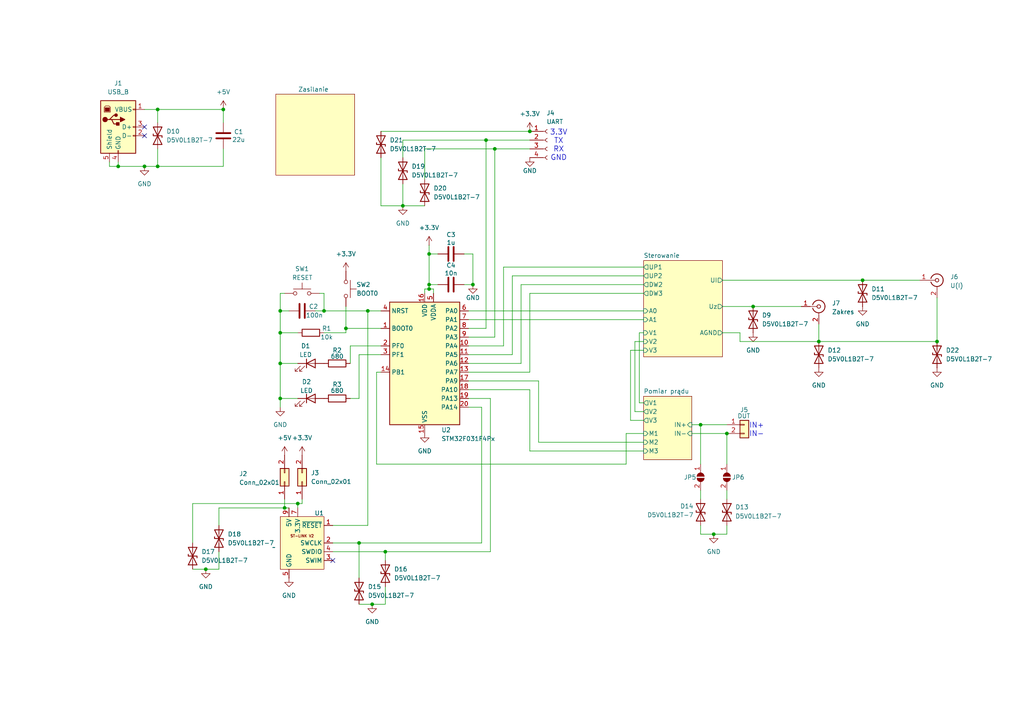
<source format=kicad_sch>
(kicad_sch (version 20231120) (generator "eeschema") (generator_version "8.0")
  (paper "A4")
  (lib_symbols
    (symbol "Connector:Conn_01x04_Socket" (pin_names (offset 1.016) hide)
      (property "Reference" "J" (at 0 5.08 0))
      (property "Value" "Conn_01x04_Socket" (at 0 -7.62 0))
      (symbol "Conn_01x04_Socket_1_1"
        (arc (start 0 -4.572) (mid -0.5058 -5.08) (end 0 -5.588) (stroke (width 0.1524)))
        (arc (start 0 -2.032) (mid -0.5058 -2.54) (end 0 -3.048) (stroke (width 0.1524)))
        (polyline (pts (xy -1.27 -5.08) (xy -0.508 -5.08)) (stroke (width 0.1524)))
        (polyline (pts (xy -1.27 -2.54) (xy -0.508 -2.54)) (stroke (width 0.1524)))
        (polyline (pts (xy -1.27 0) (xy -0.508 0)) (stroke (width 0.1524)))
        (polyline (pts (xy -1.27 2.54) (xy -0.508 2.54)) (stroke (width 0.1524)))
        (arc (start 0 0.508) (mid -0.5058 0) (end 0 -0.508) (stroke (width 0.1524)))
        (arc (start 0 3.048) (mid -0.5058 2.54) (end 0 2.032) (stroke (width 0.1524)))
        (pin passive line (at -5.08 2.54 0) (length 3.81) (name "Pin_1") (number "1"))
        (pin passive line (at -5.08 0 0) (length 3.81) (name "Pin_2") (number "2"))
        (pin passive line (at -5.08 -2.54 0) (length 3.81) (name "Pin_3") (number "3"))
        (pin passive line (at -5.08 -5.08 0) (length 3.81) (name "Pin_4") (number "4"))
      )
    )
    (symbol "Connector:Conn_Coaxial" (pin_names (offset 1.016) hide)
      (property "Reference" "J" (at 0.254 3.048 0))
      (property "Value" "Conn_Coaxial" (at 2.921 0 90))
      (symbol "Conn_Coaxial_0_1"
        (arc (start -1.778 -0.508) (mid 0.2311 -1.8066) (end 1.778 0) (stroke (width 0.254)))
        (polyline (pts (xy -2.54 0) (xy -0.508 0)))
        (polyline (pts (xy 0 -2.54) (xy 0 -1.778)))
        (circle (center 0 0) (radius 0.508) (stroke (width 0.2032)))
        (arc (start 1.778 0) (mid 0.2099 1.8101) (end -1.778 0.508) (stroke (width 0.254)))
      )
      (symbol "Conn_Coaxial_1_1"
        (pin passive line (at -5.08 0 0) (length 2.54) (name "In") (number "1"))
        (pin passive line (at 0 -5.08 90) (length 2.54) (name "Ext") (number "2"))
      )
    )
    (symbol "Connector:USB_B" (pin_names (offset 1.016))
      (property "Reference" "J" (at -5.08 11.43 0))
      (property "Value" "USB_B" (at -5.08 8.89 0))
      (symbol "USB_B_0_1"
        (rectangle (start -5.08 -7.62) (end 5.08 7.62) (stroke (width 0.254)) (fill (type background)))
        (circle (center -3.81 2.159) (radius 0.635) (stroke (width 0.254)) (fill (type outline)))
        (rectangle (start -3.81 5.588) (end -2.54 4.572) (fill (type outline)))
        (circle (center -0.635 3.429) (radius 0.381) (stroke (width 0.254)) (fill (type outline)))
        (rectangle (start -0.127 -7.62) (end 0.127 -6.858))
        (polyline (pts (xy -1.905 2.159) (xy 0.635 2.159)) (stroke (width 0.254)))
        (polyline (pts (xy -3.175 2.159) (xy -2.54 2.159) (xy -1.27 3.429) (xy -0.635 3.429)) (stroke (width 0.254)))
        (polyline (pts (xy -2.54 2.159) (xy -1.905 2.159) (xy -1.27 0.889) (xy 0 0.889)) (stroke (width 0.254)))
        (polyline (pts (xy 0.635 2.794) (xy 0.635 1.524) (xy 1.905 2.159) (xy 0.635 2.794)) (stroke (width 0.254)) (fill (type outline)))
        (polyline (pts (xy -4.064 4.318) (xy -2.286 4.318) (xy -2.286 5.715) (xy -2.667 6.096) (xy -3.683 6.096) (xy -4.064 5.715) (xy -4.064 4.318)))
        (rectangle (start 0.254 1.27) (end -0.508 0.508) (stroke (width 0.254)) (fill (type outline)))
        (rectangle (start 5.08 -2.667) (end 4.318 -2.413))
        (rectangle (start 5.08 -0.127) (end 4.318 0.127))
        (rectangle (start 5.08 4.953) (end 4.318 5.207))
      )
      (symbol "USB_B_1_1"
        (pin power_out line (at 7.62 5.08 180) (length 2.54) (name "VBUS") (number "1"))
        (pin bidirectional line (at 7.62 -2.54 180) (length 2.54) (name "D-") (number "2"))
        (pin bidirectional line (at 7.62 0 180) (length 2.54) (name "D+") (number "3"))
        (pin power_out line (at 0 -10.16 90) (length 2.54) (name "GND") (number "4"))
        (pin passive line (at -2.54 -10.16 90) (length 2.54) (name "Shield") (number "5"))
      )
    )
    (symbol "Connector_Generic:Conn_01x02" (pin_names (offset 1.016) hide)
      (property "Reference" "J" (at 0 2.54 0))
      (property "Value" "Conn_01x02" (at 0 -5.08 0))
      (symbol "Conn_01x02_1_1"
        (rectangle (start -1.27 -2.413) (end 0 -2.667) (stroke (width 0.1524)))
        (rectangle (start -1.27 0.127) (end 0 -0.127) (stroke (width 0.1524)))
        (rectangle (start -1.27 1.27) (end 1.27 -3.81) (stroke (width 0.254)) (fill (type background)))
        (pin passive line (at -5.08 0 0) (length 3.81) (name "Pin_1") (number "1"))
        (pin passive line (at -5.08 -2.54 0) (length 3.81) (name "Pin_2") (number "2"))
      )
    )
    (symbol "Connector_Generic:Conn_02x01" (pin_names (offset 1.016) hide)
      (property "Reference" "J" (at 1.27 2.54 0))
      (property "Value" "Conn_02x01" (at 1.27 -2.54 0))
      (symbol "Conn_02x01_1_1"
        (rectangle (start -1.27 0.127) (end 0 -0.127) (stroke (width 0.1524)))
        (rectangle (start -1.27 1.27) (end 3.81 -1.27) (stroke (width 0.254)) (fill (type background)))
        (rectangle (start 3.81 0.127) (end 2.54 -0.127) (stroke (width 0.1524)))
        (pin passive line (at -5.08 0 0) (length 3.81) (name "Pin_1") (number "1"))
        (pin passive line (at 7.62 0 180) (length 3.81) (name "Pin_2") (number "2"))
      )
    )
    (symbol "Device:C" (pin_numbers hide) (pin_names (offset 0.254))
      (property "Reference" "C" (at 0.635 2.54 0))
      (property "Value" "C" (at 0.635 -2.54 0))
      (symbol "C_0_1"
        (polyline (pts (xy -2.032 -0.762) (xy 2.032 -0.762)) (stroke (width 0.508)))
        (polyline (pts (xy -2.032 0.762) (xy 2.032 0.762)) (stroke (width 0.508)))
      )
      (symbol "C_1_1"
        (pin passive line (at 0 3.81 270) (length 2.794) (name "~") (number "1"))
        (pin passive line (at 0 -3.81 90) (length 2.794) (name "~") (number "2"))
      )
    )
    (symbol "Device:D_TVS" (pin_numbers hide) (pin_names (offset 1.016) hide)
      (property "Reference" "D" (at 0 2.54 0))
      (property "Value" "D_TVS" (at 0 -2.54 0))
      (symbol "D_TVS_0_1"
        (polyline (pts (xy 1.27 0) (xy -1.27 0)))
        (polyline (pts (xy 0.508 1.27) (xy 0 1.27) (xy 0 -1.27) (xy -0.508 -1.27)) (stroke (width 0.254)))
        (polyline (pts (xy -2.54 1.27) (xy -2.54 -1.27) (xy 2.54 1.27) (xy 2.54 -1.27) (xy -2.54 1.27)) (stroke (width 0.254)))
      )
      (symbol "D_TVS_1_1"
        (pin passive line (at -3.81 0 0) (length 2.54) (name "A1") (number "1"))
        (pin passive line (at 3.81 0 180) (length 2.54) (name "A2") (number "2"))
      )
    )
    (symbol "Device:LED" (pin_numbers hide) (pin_names (offset 1.016) hide)
      (property "Reference" "D" (at 0 2.54 0))
      (property "Value" "LED" (at 0 -2.54 0))
      (symbol "LED_0_1"
        (polyline (pts (xy -1.27 -1.27) (xy -1.27 1.27)) (stroke (width 0.254)))
        (polyline (pts (xy -1.27 0) (xy 1.27 0)))
        (polyline (pts (xy 1.27 -1.27) (xy 1.27 1.27) (xy -1.27 0) (xy 1.27 -1.27)) (stroke (width 0.254)))
        (polyline (pts (xy -3.048 -0.762) (xy -4.572 -2.286) (xy -3.81 -2.286) (xy -4.572 -2.286) (xy -4.572 -1.524)))
        (polyline (pts (xy -1.778 -0.762) (xy -3.302 -2.286) (xy -2.54 -2.286) (xy -3.302 -2.286) (xy -3.302 -1.524)))
      )
      (symbol "LED_1_1"
        (pin passive line (at -3.81 0 0) (length 2.54) (name "K") (number "1"))
        (pin passive line (at 3.81 0 180) (length 2.54) (name "A") (number "2"))
      )
    )
    (symbol "Device:R" (pin_numbers hide) (pin_names (offset 0))
      (property "Reference" "R" (at 2.032 0 90))
      (property "Value" "R" (at 0 0 90))
      (symbol "R_0_1"
        (rectangle (start -1.016 -2.54) (end 1.016 2.54) (stroke (width 0.254)))
      )
      (symbol "R_1_1"
        (pin passive line (at 0 3.81 270) (length 1.27) (name "~") (number "1"))
        (pin passive line (at 0 -3.81 90) (length 1.27) (name "~") (number "2"))
      )
    )
    (symbol "Jumper:SolderJumper_2_Open" (pin_names (offset 0) hide)
      (property "Reference" "JP" (at 0 2.032 0))
      (property "Value" "SolderJumper_2_Open" (at 0 -2.54 0))
      (symbol "SolderJumper_2_Open_0_1"
        (arc (start -0.254 1.016) (mid -1.2656 0) (end -0.254 -1.016))
        (arc (start -0.254 1.016) (mid -1.2656 0) (end -0.254 -1.016) (fill (type outline)))
        (polyline (pts (xy -0.254 1.016) (xy -0.254 -1.016)))
        (polyline (pts (xy 0.254 1.016) (xy 0.254 -1.016)))
        (arc (start 0.254 -1.016) (mid 1.2656 0) (end 0.254 1.016))
        (arc (start 0.254 -1.016) (mid 1.2656 0) (end 0.254 1.016) (fill (type outline)))
      )
      (symbol "SolderJumper_2_Open_1_1"
        (pin passive line (at -3.81 0 0) (length 2.54) (name "A") (number "1"))
        (pin passive line (at 3.81 0 180) (length 2.54) (name "B") (number "2"))
      )
    )
    (symbol "MCU_ST_STM32F0:STM32F031F4Px"
      (property "Reference" "U" (at -10.16 19.05 0))
      (property "Value" "STM32F031F4Px" (at 5.08 19.05 0))
      (symbol "STM32F031F4Px_0_1"
        (rectangle (start -10.16 -17.78) (end 10.16 17.78) (stroke (width 0.254)) (fill (type background)))
      )
      (symbol "STM32F031F4Px_1_1"
        (pin input line (at -12.7 10.16 0) (length 2.54) (name "BOOT0") (number "1"))
        (pin bidirectional line (at 12.7 5.08 180) (length 2.54) (name "PA4") (number "10"))
        (pin bidirectional line (at 12.7 2.54 180) (length 2.54) (name "PA5") (number "11"))
        (pin bidirectional line (at 12.7 0 180) (length 2.54) (name "PA6") (number "12"))
        (pin bidirectional line (at 12.7 -2.54 180) (length 2.54) (name "PA7") (number "13"))
        (pin bidirectional line (at -12.7 -2.54 0) (length 2.54) (name "PB1") (number "14"))
        (pin power_in line (at 0 -20.32 90) (length 2.54) (name "VSS") (number "15"))
        (pin power_in line (at 0 20.32 270) (length 2.54) (name "VDD") (number "16"))
        (pin bidirectional line (at 12.7 -5.08 180) (length 2.54) (name "PA9") (number "17"))
        (pin bidirectional line (at 12.7 -7.62 180) (length 2.54) (name "PA10") (number "18"))
        (pin bidirectional line (at 12.7 -10.16 180) (length 2.54) (name "PA13") (number "19"))
        (pin bidirectional line (at -12.7 5.08 0) (length 2.54) (name "PF0") (number "2"))
        (pin bidirectional line (at 12.7 -12.7 180) (length 2.54) (name "PA14") (number "20"))
        (pin bidirectional line (at -12.7 2.54 0) (length 2.54) (name "PF1") (number "3"))
        (pin input line (at -12.7 15.24 0) (length 2.54) (name "NRST") (number "4"))
        (pin power_in line (at 2.54 20.32 270) (length 2.54) (name "VDDA") (number "5"))
        (pin bidirectional line (at 12.7 15.24 180) (length 2.54) (name "PA0") (number "6"))
        (pin bidirectional line (at 12.7 12.7 180) (length 2.54) (name "PA1") (number "7"))
        (pin bidirectional line (at 12.7 10.16 180) (length 2.54) (name "PA2") (number "8"))
        (pin bidirectional line (at 12.7 7.62 180) (length 2.54) (name "PA3") (number "9"))
      )
    )
    (symbol "Switch:SW_Push" (pin_numbers hide) (pin_names (offset 1.016) hide)
      (property "Reference" "SW" (at 1.27 2.54 0))
      (property "Value" "SW_Push" (at 0 -1.524 0))
      (symbol "SW_Push_0_1"
        (circle (center -2.032 0) (radius 0.508))
        (polyline (pts (xy 0 1.27) (xy 0 3.048)))
        (polyline (pts (xy 2.54 1.27) (xy -2.54 1.27)))
        (circle (center 2.032 0) (radius 0.508))
        (pin passive line (at -5.08 0 0) (length 2.54) (name "1") (number "1"))
        (pin passive line (at 5.08 0 180) (length 2.54) (name "2") (number "2"))
      )
    )
    (symbol "power:+3.3V" (power) (pin_numbers hide) (pin_names (offset 0) hide)
      (property "Value" "+3.3V" (at 0 3.556 0))
      (symbol "+3.3V_0_1"
        (polyline (pts (xy -0.762 1.27) (xy 0 2.54)))
        (polyline (pts (xy 0 0) (xy 0 2.54)))
        (polyline (pts (xy 0 2.54) (xy 0.762 1.27)))
      )
      (symbol "+3.3V_1_1"
        (pin power_in line (at 0 0 90) (length 0) (name "~") (number "1"))
      )
    )
    (symbol "power:+5V" (power) (pin_numbers hide) (pin_names (offset 0) hide)
      (property "Value" "+5V" (at 0 3.556 0))
      (symbol "+5V_0_1"
        (polyline (pts (xy -0.762 1.27) (xy 0 2.54)))
        (polyline (pts (xy 0 0) (xy 0 2.54)))
        (polyline (pts (xy 0 2.54) (xy 0.762 1.27)))
      )
      (symbol "+5V_1_1"
        (pin power_in line (at 0 0 90) (length 0) (name "~") (number "1"))
      )
    )
    (symbol "power:GND" (power) (pin_numbers hide) (pin_names (offset 0) hide)
      (property "Value" "GND" (at 0 -3.81 0))
      (symbol "GND_0_1"
        (polyline (pts (xy 0 0) (xy 0 -1.27) (xy 1.27 -1.27) (xy 0 -2.54) (xy -1.27 -1.27) (xy 0 -1.27)))
      )
      (symbol "GND_1_1"
        (pin power_in line (at 0 0 270) (length 0) (name "~") (number "1"))
      )
    )
    (symbol "własna:ST-LINK_V2"
      (property "Reference" "U" (at 0 0 0))
      (symbol "ST-LINK_V2_0_0"
        (pin power_in line (at -5.08 -19.05 90) (length 2.54) (name "GND") (number "5"))
      )
      (symbol "ST-LINK_V2_0_1"
        (rectangle (start -7.62 -1.27) (end 5.08 -16.51) (fill (type background)))
      )
      (symbol "ST-LINK_V2_1_0"
        (pin open_collector line (at 7.62 -3.81 180) (length 2.54) (name "~{RESET}") (number "1"))
        (pin power_in line (at -5.08 1.27 270) (length 2.54) hide (name "5V") (number "10"))
        (pin output line (at 7.62 -8.89 180) (length 2.54) (name "SWCLK") (number "2"))
        (pin input line (at 7.62 -13.97 180) (length 2.54) (name "SWIM") (number "3"))
        (pin bidirectional line (at 7.62 -11.43 180) (length 2.54) (name "SWDIO") (number "4"))
        (pin power_in line (at -5.08 -19.05 90) (length 2.54) hide (name "GND") (number "6"))
        (pin power_in line (at -2.54 1.27 270) (length 2.54) (name "3.3V") (number "7"))
        (pin power_in line (at -2.54 1.27 270) (length 2.54) hide (name "3.3V") (number "8"))
        (pin power_in line (at -5.08 1.27 270) (length 2.54) (name "5V") (number "9"))
      )
      (symbol "ST-LINK_V2_1_1"
        (text "ST-LINK V2" (at -1.27 -6.858 0) (effects (font (size 0.762 0.762))))
      )
    )
  )
  (junction (at 203.2 123.19))
  (junction (at 59.69 165.1))
  (junction (at 237.49 99.06))
  (junction (at 250.19 81.28))
  (junction (at 153.67 38.1))
  (junction (at 45.72 48.26))
  (junction (at 45.72 31.75))
  (junction (at 124.46 83.82))
  (junction (at 207.01 154.94))
  (junction (at 93.98 90.17))
  (junction (at 124.46 82.55))
  (junction (at 210.82 125.73))
  (junction (at 104.14 157.48))
  (junction (at 81.28 96.52))
  (junction (at 81.28 115.57))
  (junction (at 81.28 105.41))
  (junction (at 111.76 160.02))
  (junction (at 116.84 59.69))
  (junction (at 218.44 88.9))
  (junction (at 86.36 146.05))
  (junction (at 124.46 73.66))
  (junction (at 100.33 95.25))
  (junction (at 82.55 147.32))
  (junction (at 64.77 31.75))
  (junction (at 271.78 99.06))
  (junction (at 137.16 82.55))
  (junction (at 34.29 48.26))
  (junction (at 106.68 90.17))
  (junction (at 140.97 40.64))
  (junction (at 143.51 43.18))
  (junction (at 41.91 48.26))
  (junction (at 81.28 90.17))
  (junction (at 107.95 175.26))
  (no_connect (at 41.91 36.83))
  (no_connect (at 96.52 162.56))
  (no_connect (at 41.91 39.37))
  (wire (pts (xy 81.28 90.17) (xy 81.28 96.52)))
  (wire (pts (xy 124.46 83.82) (xy 123.19 83.82)))
  (wire (pts (xy 135.89 90.17) (xy 186.69 90.17)))
  (wire (pts (xy 87.63 146.05) (xy 86.36 146.05)))
  (wire (pts (xy 91.44 90.17) (xy 93.98 90.17)))
  (wire (pts (xy 156.21 128.27) (xy 156.21 110.49)))
  (wire (pts (xy 140.97 40.64) (xy 140.97 95.25)))
  (wire (pts (xy 151.13 105.41) (xy 151.13 82.55)))
  (wire (pts (xy 143.51 43.18) (xy 143.51 97.79)))
  (wire (pts (xy 153.67 85.09) (xy 186.69 85.09)))
  (wire (pts (xy 186.69 101.6) (xy 182.88 101.6)))
  (wire (pts (xy 203.2 152.4) (xy 203.2 154.94)))
  (wire (pts (xy 135.89 118.11) (xy 139.7 118.11)))
  (wire (pts (xy 109.22 107.95) (xy 109.22 134.62)))
  (wire (pts (xy 139.7 118.11) (xy 139.7 157.48)))
  (wire (pts (xy 148.59 102.87) (xy 148.59 80.01)))
  (wire (pts (xy 182.88 121.92) (xy 186.69 121.92)))
  (wire (pts (xy 156.21 110.49) (xy 135.89 110.49)))
  (wire (pts (xy 107.95 175.26) (xy 111.76 175.26)))
  (wire (pts (xy 135.89 92.71) (xy 186.69 92.71)))
  (wire (pts (xy 139.7 157.48) (xy 104.14 157.48)))
  (wire (pts (xy 82.55 147.32) (xy 83.82 147.32)))
  (wire (pts (xy 101.6 105.41) (xy 101.6 100.33)))
  (wire (pts (xy 153.67 130.81) (xy 153.67 113.03)))
  (wire (pts (xy 184.15 119.38) (xy 186.69 119.38)))
  (wire (pts (xy 63.5 165.1) (xy 63.5 160.02)))
  (wire (pts (xy 81.28 115.57) (xy 86.36 115.57)))
  (wire (pts (xy 31.75 48.26) (xy 34.29 48.26)))
  (wire (pts (xy 210.82 144.78) (xy 210.82 142.24)))
  (wire (pts (xy 45.72 43.18) (xy 45.72 48.26)))
  (wire (pts (xy 110.49 45.72) (xy 110.49 59.69)))
  (wire (pts (xy 81.28 105.41) (xy 86.36 105.41)))
  (wire (pts (xy 125.73 83.82) (xy 124.46 83.82)))
  (wire (pts (xy 63.5 147.32) (xy 82.55 147.32)))
  (wire (pts (xy 81.28 85.09) (xy 82.55 85.09)))
  (wire (pts (xy 55.88 146.05) (xy 55.88 157.48)))
  (wire (pts (xy 135.89 100.33) (xy 146.05 100.33)))
  (wire (pts (xy 203.2 123.19) (xy 203.2 134.62)))
  (wire (pts (xy 92.71 85.09) (xy 93.98 85.09)))
  (wire (pts (xy 134.62 73.66) (xy 137.16 73.66)))
  (wire (pts (xy 209.55 88.9) (xy 218.44 88.9)))
  (wire (pts (xy 123.19 83.82) (xy 123.19 85.09)))
  (wire (pts (xy 146.05 100.33) (xy 146.05 77.47)))
  (wire (pts (xy 124.46 82.55) (xy 127 82.55)))
  (wire (pts (xy 207.01 154.94) (xy 210.82 154.94)))
  (wire (pts (xy 142.24 160.02) (xy 111.76 160.02)))
  (wire (pts (xy 106.68 90.17) (xy 106.68 152.4)))
  (wire (pts (xy 111.76 175.26) (xy 111.76 170.18)))
  (wire (pts (xy 100.33 88.9) (xy 100.33 95.25)))
  (wire (pts (xy 203.2 154.94) (xy 207.01 154.94)))
  (wire (pts (xy 214.63 99.06) (xy 214.63 96.52)))
  (wire (pts (xy 140.97 40.64) (xy 153.67 40.64)))
  (wire (pts (xy 218.44 88.9) (xy 232.41 88.9)))
  (wire (pts (xy 104.14 102.87) (xy 104.14 115.57)))
  (wire (pts (xy 101.6 100.33) (xy 110.49 100.33)))
  (wire (pts (xy 148.59 80.01) (xy 186.69 80.01)))
  (wire (pts (xy 143.51 43.18) (xy 153.67 43.18)))
  (wire (pts (xy 153.67 107.95) (xy 153.67 85.09)))
  (wire (pts (xy 186.69 130.81) (xy 153.67 130.81)))
  (wire (pts (xy 186.69 99.06) (xy 184.15 99.06)))
  (wire (pts (xy 81.28 96.52) (xy 81.28 105.41)))
  (wire (pts (xy 81.28 90.17) (xy 81.28 85.09)))
  (wire (pts (xy 135.89 97.79) (xy 143.51 97.79)))
  (wire (pts (xy 124.46 73.66) (xy 127 73.66)))
  (wire (pts (xy 135.89 95.25) (xy 140.97 95.25)))
  (wire (pts (xy 110.49 102.87) (xy 104.14 102.87)))
  (wire (pts (xy 81.28 115.57) (xy 81.28 105.41)))
  (wire (pts (xy 203.2 144.78) (xy 203.2 142.24)))
  (wire (pts (xy 210.82 134.62) (xy 210.82 125.73)))
  (wire (pts (xy 93.98 96.52) (xy 100.33 96.52)))
  (wire (pts (xy 203.2 123.19) (xy 210.82 123.19)))
  (wire (pts (xy 186.69 128.27) (xy 156.21 128.27)))
  (wire (pts (xy 153.67 113.03) (xy 135.89 113.03)))
  (wire (pts (xy 109.22 134.62) (xy 181.61 134.62)))
  (wire (pts (xy 181.61 125.73) (xy 186.69 125.73)))
  (wire (pts (xy 123.19 52.07) (xy 123.19 43.18)))
  (wire (pts (xy 116.84 40.64) (xy 140.97 40.64)))
  (wire (pts (xy 31.75 48.26) (xy 31.75 46.99)))
  (wire (pts (xy 124.46 73.66) (xy 124.46 82.55)))
  (wire (pts (xy 55.88 165.1) (xy 59.69 165.1)))
  (wire (pts (xy 93.98 90.17) (xy 93.98 85.09)))
  (wire (pts (xy 135.89 115.57) (xy 142.24 115.57)))
  (wire (pts (xy 200.66 123.19) (xy 203.2 123.19)))
  (wire (pts (xy 104.14 115.57) (xy 101.6 115.57)))
  (wire (pts (xy 134.62 82.55) (xy 137.16 82.55)))
  (wire (pts (xy 106.68 152.4) (xy 96.52 152.4)))
  (wire (pts (xy 200.66 125.73) (xy 210.82 125.73)))
  (wire (pts (xy 110.49 90.17) (xy 106.68 90.17)))
  (wire (pts (xy 271.78 86.36) (xy 271.78 99.06)))
  (wire (pts (xy 111.76 160.02) (xy 111.76 162.56)))
  (wire (pts (xy 125.73 85.09) (xy 125.73 83.82)))
  (wire (pts (xy 123.19 43.18) (xy 143.51 43.18)))
  (wire (pts (xy 41.91 31.75) (xy 45.72 31.75)))
  (wire (pts (xy 104.14 175.26) (xy 107.95 175.26)))
  (wire (pts (xy 250.19 81.28) (xy 266.7 81.28)))
  (wire (pts (xy 104.14 157.48) (xy 104.14 167.64)))
  (wire (pts (xy 116.84 45.72) (xy 116.84 40.64)))
  (wire (pts (xy 86.36 146.05) (xy 86.36 147.32)))
  (wire (pts (xy 185.42 116.84) (xy 186.69 116.84)))
  (wire (pts (xy 41.91 48.26) (xy 45.72 48.26)))
  (wire (pts (xy 81.28 90.17) (xy 83.82 90.17)))
  (wire (pts (xy 135.89 105.41) (xy 151.13 105.41)))
  (wire (pts (xy 110.49 107.95) (xy 109.22 107.95)))
  (wire (pts (xy 34.29 48.26) (xy 34.29 46.99)))
  (wire (pts (xy 81.28 96.52) (xy 86.36 96.52)))
  (wire (pts (xy 142.24 115.57) (xy 142.24 160.02)))
  (wire (pts (xy 63.5 152.4) (xy 63.5 147.32)))
  (wire (pts (xy 151.13 82.55) (xy 186.69 82.55)))
  (wire (pts (xy 81.28 118.11) (xy 81.28 115.57)))
  (wire (pts (xy 116.84 59.69) (xy 123.19 59.69)))
  (wire (pts (xy 186.69 96.52) (xy 185.42 96.52)))
  (wire (pts (xy 181.61 134.62) (xy 181.61 125.73)))
  (wire (pts (xy 64.77 48.26) (xy 64.77 43.18)))
  (wire (pts (xy 214.63 99.06) (xy 237.49 99.06)))
  (wire (pts (xy 271.78 99.06) (xy 237.49 99.06)))
  (wire (pts (xy 82.55 144.78) (xy 82.55 147.32)))
  (wire (pts (xy 59.69 165.1) (xy 63.5 165.1)))
  (wire (pts (xy 214.63 96.52) (xy 209.55 96.52)))
  (wire (pts (xy 87.63 146.05) (xy 87.63 144.78)))
  (wire (pts (xy 209.55 81.28) (xy 250.19 81.28)))
  (wire (pts (xy 184.15 99.06) (xy 184.15 119.38)))
  (wire (pts (xy 45.72 48.26) (xy 64.77 48.26)))
  (wire (pts (xy 100.33 96.52) (xy 100.33 95.25)))
  (wire (pts (xy 110.49 59.69) (xy 116.84 59.69)))
  (wire (pts (xy 55.88 146.05) (xy 86.36 146.05)))
  (wire (pts (xy 135.89 102.87) (xy 148.59 102.87)))
  (wire (pts (xy 110.49 38.1) (xy 153.67 38.1)))
  (wire (pts (xy 146.05 77.47) (xy 186.69 77.47)))
  (wire (pts (xy 45.72 31.75) (xy 45.72 35.56)))
  (wire (pts (xy 64.77 35.56) (xy 64.77 31.75)))
  (wire (pts (xy 124.46 82.55) (xy 124.46 83.82)))
  (wire (pts (xy 182.88 101.6) (xy 182.88 121.92)))
  (wire (pts (xy 137.16 73.66) (xy 137.16 82.55)))
  (wire (pts (xy 111.76 160.02) (xy 96.52 160.02)))
  (wire (pts (xy 237.49 93.98) (xy 237.49 99.06)))
  (wire (pts (xy 185.42 96.52) (xy 185.42 116.84)))
  (wire (pts (xy 34.29 48.26) (xy 41.91 48.26)))
  (wire (pts (xy 116.84 53.34) (xy 116.84 59.69)))
  (wire (pts (xy 210.82 154.94) (xy 210.82 152.4)))
  (wire (pts (xy 124.46 71.12) (xy 124.46 73.66)))
  (wire (pts (xy 45.72 31.75) (xy 64.77 31.75)))
  (wire (pts (xy 135.89 107.95) (xy 153.67 107.95)))
  (wire (pts (xy 93.98 90.17) (xy 106.68 90.17)))
  (wire (pts (xy 100.33 95.25) (xy 110.49 95.25)))
  (wire (pts (xy 104.14 157.48) (xy 96.52 157.48)))
  (text "IN+\nIN-" (at 219.456 124.714 0) (effects (font (size 1.524 1.524))))
  (text "3.3V\nTX\nRX\nGND" (at 162.052 42.164 0) (effects (font (size 1.524 1.524))))
  (symbol (lib_id "Device:D_TVS") (at 111.76 166.37 90) (unit 1)
    (property "Reference" "D16" (at 114.3 165.0999 90) (effects (justify right)))
    (property "Value" "D5V0L1B2T-7" (at 114.3 167.6399 90) (effects (justify right)))
    (property "Footprint" "Diode_SMD:D_SOD-523" (effects (hide yes)))
    (property "Description" "Bidirectional transient-voltage-suppression diode" (effects (hide yes)))
  )
  (symbol (lib_id "Device:D_TVS") (at 210.82 148.59 270) (unit 1)
    (property "Reference" "D13" (at 217.17 147.066 90) (effects (justify right)))
    (property "Value" "D5V0L1B2T-7" (at 226.695 149.733 90) (effects (justify right)))
    (property "Footprint" "Diode_SMD:D_SOD-523" (effects (hide yes)))
    (property "Description" "Bidirectional transient-voltage-suppression diode" (effects (hide yes)))
  )
  (symbol (lib_id "Device:LED") (at 90.17 105.41 0) (unit 1)
    (property "Reference" "D1" (at 88.646 100.33 0))
    (property "Value" "LED" (at 88.646 102.87 0))
    (property "Footprint" "LED_SMD:LED_miniPLCC_2315_Handsoldering" (effects (hide yes)))
    (property "Description" "Light emitting diode" (effects (hide yes)))
  )
  (symbol (lib_id "power:GND") (at 123.19 125.73 0) (unit 1)
    (property "Reference" "#PWR08" (effects (hide yes)))
    (property "Value" "GND" (at 123.19 130.81 0))
    (property "Description" "Power symbol creates a global label with name \"GND\" , ground" (effects (hide yes)))
  )
  (symbol (lib_id "Device:D_TVS") (at 271.78 102.87 90) (unit 1)
    (property "Reference" "D22" (at 274.32 101.5999 90) (effects (justify right)))
    (property "Value" "D5V0L1B2T-7" (at 274.32 104.1399 90) (effects (justify right)))
    (property "Footprint" "Diode_SMD:D_SOD-523" (effects (hide yes)))
    (property "Description" "Bidirectional transient-voltage-suppression diode" (effects (hide yes)))
  )
  (symbol (lib_id "power:GND") (at 250.19 88.9 0) (unit 1)
    (property "Reference" "#PWR096" (effects (hide yes)))
    (property "Value" "GND" (at 250.19 93.98 0))
    (property "Description" "Power symbol creates a global label with name \"GND\" , ground" (effects (hide yes)))
  )
  (symbol (lib_id "Device:C") (at 64.77 39.37 0) (unit 1)
    (property "Reference" "C1" (at 69.215 38.227 0))
    (property "Value" "22u" (at 69.215 40.513 0))
    (property "Footprint" "Capacitor_SMD:C_1206_3216Metric_Pad1.33x1.80mm_HandSolder" (effects (hide yes)))
    (property "Description" "Unpolarized capacitor" (effects (hide yes)))
  )
  (symbol (lib_id "Device:D_TVS") (at 45.72 39.37 90) (unit 1)
    (property "Reference" "D10" (at 48.26 38.0999 90) (effects (justify right)))
    (property "Value" "D5V0L1B2T-7" (at 48.26 40.6399 90) (effects (justify right)))
    (property "Footprint" "Diode_SMD:D_SOD-523" (effects (hide yes)))
    (property "Description" "Bidirectional transient-voltage-suppression diode" (effects (hide yes)))
  )
  (symbol (lib_id "MCU_ST_STM32F0:STM32F031F4Px") (at 123.19 105.41 0) (unit 1)
    (property "Reference" "U2" (at 128.016 124.714 0) (effects (justify left)))
    (property "Value" "STM32F031F4Px" (at 128.016 127.254 0) (effects (justify left)))
    (property "Footprint" "Package_SO:TSSOP-20_4.4x6.5mm_P0.65mm" (effects (hide yes)))
    (property "Datasheet" "https://www.st.com/resource/en/datasheet/stm32f031f4.pdf" (effects (hide yes)))
    (property "Description" "STMicroelectronics Arm Cortex-M0 MCU, 16KB flash, 4KB RAM, 48 MHz, 2.0-3.6V, 15 GPIO, TSSOP20" (effects (hide yes)))
  )
  (symbol (lib_id "Connector_Generic:Conn_02x01") (at 82.55 139.7 90) (unit 1)
    (property "Reference" "J2" (at 69.342 137.414 90) (effects (justify right)))
    (property "Value" "Conn_02x01" (at 69.342 139.954 90) (effects (justify right)))
    (property "Footprint" "Connector_PinHeader_2.54mm:PinHeader_2x01_P2.54mm_Vertical" (effects (hide yes)))
    (property "Description" "Generic connector, double row, 02x01, this symbol is compatible with counter-clockwise, top-bottom and odd-even numbering schemes., script generated (kicad-library-utils/schlib/autogen/connector/)" (effects (hide yes)))
  )
  (symbol (lib_id "Jumper:SolderJumper_2_Open") (at 203.2 138.43 270) (unit 1)
    (property "Reference" "JP5" (at 200.152 138.43 90))
    (property "Value" "SolderJumper_2_Open" (effects (hide yes)))
    (property "Footprint" "Jumper:SolderJumper-2_P1.3mm_Open_TrianglePad1.0x1.5mm" (effects (hide yes)))
    (property "Description" "Solder Jumper, 2-pole, open" (effects (hide yes)))
  )
  (symbol (lib_id "power:+5V") (at 64.77 31.75 0) (unit 1)
    (property "Reference" "#PWR02" (effects (hide yes)))
    (property "Value" "+5V" (at 64.77 26.67 0))
    (property "Description" "Power symbol creates a global label with name \"+5V\"" (effects (hide yes)))
  )
  (symbol (lib_id "power:GND") (at 81.28 118.11 0) (unit 1)
    (property "Reference" "#PWR03" (effects (hide yes)))
    (property "Value" "GND" (at 81.28 123.19 0))
    (property "Description" "Power symbol creates a global label with name \"GND\" , ground" (effects (hide yes)))
  )
  (symbol (lib_id "Connector:Conn_Coaxial") (at 271.78 81.28 0) (unit 1)
    (property "Reference" "J6" (at 275.59 80.3031 0) (effects (justify left)))
    (property "Value" "U(I)" (at 275.59 82.8431 0) (effects (justify left)))
    (property "Footprint" "Connector_Coaxial:BNC_Amphenol_B6252HB-NPP3G-50_Horizontal" (effects (hide yes)))
    (property "Datasheet" " ~" (effects (hide yes)))
    (property "Description" "coaxial connector (BNC, SMA, SMB, SMC, Cinch/RCA, LEMO, ...)" (effects (hide yes)))
  )
  (symbol (lib_id "power:GND") (at 137.16 82.55 0) (unit 1)
    (property "Reference" "#PWR010" (effects (hide yes)))
    (property "Value" "GND" (at 137.16 86.36 0))
    (property "Description" "Power symbol creates a global label with name \"GND\" , ground" (effects (hide yes)))
  )
  (symbol (lib_id "power:+3.3V") (at 153.67 38.1 0) (unit 1)
    (property "Reference" "#PWR011" (effects (hide yes)))
    (property "Value" "+3.3V" (at 153.67 33.02 0))
    (property "Description" "Power symbol creates a global label with name \"+3.3V\"" (effects (hide yes)))
  )
  (symbol (lib_id "power:GND") (at 153.67 45.72 0) (unit 1)
    (property "Reference" "#PWR012" (effects (hide yes)))
    (property "Value" "GND" (at 153.67 49.53 0))
    (property "Description" "Power symbol creates a global label with name \"GND\" , ground" (effects (hide yes)))
  )
  (symbol (lib_id "Switch:SW_Push") (at 87.63 85.09 0) (unit 1)
    (property "Reference" "SW1" (at 89.662 77.978 0) (effects (justify right)))
    (property "Value" "RESET" (at 90.678 80.518 0) (effects (justify right)))
    (property "Footprint" "Button_Switch_SMD:SW_SPST_TL3305A" (effects (hide yes)))
    (property "Description" "Push button switch, generic, two pins" (effects (hide yes)))
  )
  (symbol (lib_id "power:GND") (at 107.95 175.26 0) (unit 1)
    (property "Reference" "#PWR099" (effects (hide yes)))
    (property "Value" "GND" (at 107.95 180.34 0))
    (property "Description" "Power symbol creates a global label with name \"GND\" , ground" (effects (hide yes)))
  )
  (symbol (lib_id "Device:D_TVS") (at 116.84 49.53 90) (unit 1)
    (property "Reference" "D19" (at 119.38 48.2599 90) (effects (justify right)))
    (property "Value" "D5V0L1B2T-7" (at 119.38 50.7999 90) (effects (justify right)))
    (property "Footprint" "Diode_SMD:D_SOD-523" (effects (hide yes)))
    (property "Description" "Bidirectional transient-voltage-suppression diode" (effects (hide yes)))
  )
  (symbol (lib_id "power:+3.3V") (at 87.63 132.08 0) (unit 1)
    (property "Reference" "#PWR06" (effects (hide yes)))
    (property "Value" "+3.3V" (at 87.63 127 0))
    (property "Description" "Power symbol creates a global label with name \"+3.3V\"" (effects (hide yes)))
  )
  (symbol (lib_id "Device:C") (at 130.81 73.66 90) (unit 1)
    (property "Reference" "C3" (at 130.81 68.072 90))
    (property "Value" "1u" (at 130.81 70.358 90))
    (property "Footprint" "Capacitor_SMD:C_0805_2012Metric_Pad1.18x1.45mm_HandSolder" (effects (hide yes)))
    (property "Description" "Unpolarized capacitor" (effects (hide yes)))
  )
  (symbol (lib_id "Device:LED") (at 90.17 115.57 0) (unit 1)
    (property "Reference" "D2" (at 88.9 110.744 0))
    (property "Value" "LED" (at 88.9 113.284 0))
    (property "Footprint" "LED_SMD:LED_miniPLCC_2315_Handsoldering" (effects (hide yes)))
    (property "Description" "Light emitting diode" (effects (hide yes)))
  )
  (symbol (lib_id "Connector:Conn_Coaxial") (at 237.49 88.9 0) (unit 1)
    (property "Reference" "J7" (at 241.3 87.9231 0) (effects (justify left)))
    (property "Value" "Zakres" (at 241.3 90.4631 0) (effects (justify left)))
    (property "Footprint" "Connector_Coaxial:BNC_Amphenol_B6252HB-NPP3G-50_Horizontal" (effects (hide yes)))
    (property "Datasheet" " ~" (effects (hide yes)))
    (property "Description" "coaxial connector (BNC, SMA, SMB, SMC, Cinch/RCA, LEMO, ...)" (effects (hide yes)))
  )
  (symbol (lib_id "power:GND") (at 59.69 165.1 0) (unit 1)
    (property "Reference" "#PWR0100" (effects (hide yes)))
    (property "Value" "GND" (at 59.69 170.18 0))
    (property "Description" "Power symbol creates a global label with name \"GND\" , ground" (effects (hide yes)))
  )
  (symbol (lib_id "power:GND") (at 83.82 167.64 0) (unit 1)
    (property "Reference" "#PWR05" (effects (hide yes)))
    (property "Value" "GND" (at 83.82 172.72 0))
    (property "Description" "Power symbol creates a global label with name \"GND\" , ground" (effects (hide yes)))
  )
  (symbol (lib_id "power:+5V") (at 82.55 132.08 0) (unit 1)
    (property "Reference" "#PWR04" (effects (hide yes)))
    (property "Value" "+5V" (at 82.55 127 0))
    (property "Description" "Power symbol creates a global label with name \"+5V\"" (effects (hide yes)))
  )
  (symbol (lib_id "power:+3.3V") (at 124.46 71.12 0) (unit 1)
    (property "Reference" "#PWR09" (effects (hide yes)))
    (property "Value" "+3.3V" (at 124.46 66.04 0))
    (property "Description" "Power symbol creates a global label with name \"+3.3V\"" (effects (hide yes)))
  )
  (symbol (lib_id "Device:C") (at 130.81 82.55 90) (unit 1)
    (property "Reference" "C4" (at 130.81 76.962 90))
    (property "Value" "10n" (at 130.81 79.248 90))
    (property "Footprint" "Capacitor_SMD:C_0805_2012Metric_Pad1.18x1.45mm_HandSolder" (effects (hide yes)))
    (property "Description" "Unpolarized capacitor" (effects (hide yes)))
  )
  (symbol (lib_id "power:GND") (at 116.84 59.69 0) (unit 1)
    (property "Reference" "#PWR0101" (effects (hide yes)))
    (property "Value" "GND" (at 116.84 64.77 0))
    (property "Description" "Power symbol creates a global label with name \"GND\" , ground" (effects (hide yes)))
  )
  (symbol (lib_id "power:GND") (at 218.44 96.52 0) (unit 1)
    (property "Reference" "#PWR053" (effects (hide yes)))
    (property "Value" "GND" (at 218.44 101.6 0))
    (property "Description" "Power symbol creates a global label with name \"GND\" , ground" (effects (hide yes)))
  )
  (symbol (lib_id "Device:R") (at 90.17 96.52 90) (unit 1)
    (property "Reference" "R1" (at 94.742 95.25 90))
    (property "Value" "10k" (at 94.742 97.79 90))
    (property "Footprint" "Resistor_SMD:R_0805_2012Metric_Pad1.20x1.40mm_HandSolder" (effects (hide yes)))
    (property "Description" "Resistor" (effects (hide yes)))
  )
  (symbol (lib_id "Switch:SW_Push") (at 100.33 83.82 270) (unit 1)
    (property "Reference" "SW2" (at 107.442 82.55 90) (effects (justify right)))
    (property "Value" "BOOT0" (at 109.728 85.09 90) (effects (justify right)))
    (property "Footprint" "Button_Switch_SMD:SW_SPST_TL3305A" (effects (hide yes)))
    (property "Description" "Push button switch, generic, two pins" (effects (hide yes)))
  )
  (symbol (lib_id "Device:D_TVS") (at 237.49 102.87 90) (unit 1)
    (property "Reference" "D12" (at 240.03 101.5999 90) (effects (justify right)))
    (property "Value" "D5V0L1B2T-7" (at 240.03 104.1399 90) (effects (justify right)))
    (property "Footprint" "Diode_SMD:D_SOD-523" (effects (hide yes)))
    (property "Description" "Bidirectional transient-voltage-suppression diode" (effects (hide yes)))
  )
  (symbol (lib_id "Connector_Generic:Conn_01x02") (at 215.9 123.19 0) (unit 1)
    (property "Reference" "J5" (at 214.63 118.872 0) (effects (justify left)))
    (property "Value" "DUT" (at 213.868 120.65 0) (effects (justify left)))
    (property "Footprint" "Connector_Wire:SolderWire-2sqmm_1x02_P7.8mm_D2mm_OD3.9mm" (effects (hide yes)))
    (property "Description" "Generic connector, single row, 01x02, script generated (kicad-library-utils/schlib/autogen/connector/)" (effects (hide yes)))
  )
  (symbol (lib_id "Connector_Generic:Conn_02x01") (at 87.63 139.7 90) (unit 1)
    (property "Reference" "J3" (at 90.17 137.1599 90) (effects (justify right)))
    (property "Value" "Conn_02x01" (at 90.17 139.6999 90) (effects (justify right)))
    (property "Footprint" "Connector_PinHeader_2.54mm:PinHeader_2x01_P2.54mm_Vertical" (effects (hide yes)))
    (property "Description" "Generic connector, double row, 02x01, this symbol is compatible with counter-clockwise, top-bottom and odd-even numbering schemes., script generated (kicad-library-utils/schlib/autogen/connector/)" (effects (hide yes)))
  )
  (symbol (lib_id "Connector:USB_B") (at 34.29 36.83 0) (unit 1)
    (property "Reference" "J1" (at 34.29 24.13 0))
    (property "Value" "USB_B" (at 34.29 26.67 0))
    (property "Footprint" "Connector_USB:USB_B_OST_USB-B1HSxx_Horizontal" (effects (hide yes)))
    (property "Datasheet" " ~" (effects (hide yes)))
    (property "Description" "USB Type B connector" (effects (hide yes)))
  )
  (symbol (lib_id "Connector:Conn_01x04_Socket") (at 158.75 40.64 0) (unit 1)
    (property "Reference" "J4" (at 158.496 32.766 0) (effects (justify left)))
    (property "Value" "UART" (at 158.496 35.306 0) (effects (justify left)))
    (property "Footprint" "Connector_PinSocket_2.54mm:PinSocket_1x04_P2.54mm_Vertical" (effects (hide yes)))
    (property "Description" "Generic connector, single row, 01x04, script generated" (effects (hide yes)))
  )
  (symbol (lib_id "power:GND") (at 237.49 106.68 0) (unit 1)
    (property "Reference" "#PWR097" (effects (hide yes)))
    (property "Value" "GND" (at 237.49 111.76 0))
    (property "Description" "Power symbol creates a global label with name \"GND\" , ground" (effects (hide yes)))
  )
  (symbol (lib_id "Device:R") (at 97.79 115.57 90) (unit 1)
    (property "Reference" "R3" (at 97.79 111.506 90))
    (property "Value" "680" (at 97.79 113.284 90))
    (property "Footprint" "Resistor_SMD:R_0805_2012Metric_Pad1.20x1.40mm_HandSolder" (effects (hide yes)))
    (property "Description" "Resistor" (effects (hide yes)))
  )
  (symbol (lib_id "power:GND") (at 271.78 106.68 0) (unit 1)
    (property "Reference" "#PWR0102" (effects (hide yes)))
    (property "Value" "GND" (at 271.78 111.76 0))
    (property "Description" "Power symbol creates a global label with name \"GND\" , ground" (effects (hide yes)))
  )
  (symbol (lib_id "Device:R") (at 97.79 105.41 90) (unit 1)
    (property "Reference" "R2" (at 97.79 101.6 90))
    (property "Value" "680" (at 97.79 103.378 90))
    (property "Footprint" "Resistor_SMD:R_0805_2012Metric_Pad1.20x1.40mm_HandSolder" (effects (hide yes)))
    (property "Description" "Resistor" (effects (hide yes)))
  )
  (symbol (lib_id "Device:D_TVS") (at 104.14 171.45 90) (unit 1)
    (property "Reference" "D15" (at 106.68 170.1799 90) (effects (justify right)))
    (property "Value" "D5V0L1B2T-7" (at 106.68 172.7199 90) (effects (justify right)))
    (property "Footprint" "Diode_SMD:D_SOD-523" (effects (hide yes)))
    (property "Description" "Bidirectional transient-voltage-suppression diode" (effects (hide yes)))
  )
  (symbol (lib_id "Device:D_TVS") (at 55.88 161.29 90) (unit 1)
    (property "Reference" "D17" (at 58.42 160.0199 90) (effects (justify right)))
    (property "Value" "D5V0L1B2T-7" (at 58.42 162.5599 90) (effects (justify right)))
    (property "Footprint" "Diode_SMD:D_SOD-523" (effects (hide yes)))
    (property "Description" "Bidirectional transient-voltage-suppression diode" (effects (hide yes)))
  )
  (symbol (lib_id "Device:D_TVS") (at 63.5 156.21 90) (unit 1)
    (property "Reference" "D18" (at 66.04 154.9399 90) (effects (justify right)))
    (property "Value" "D5V0L1B2T-7" (at 66.04 157.4799 90) (effects (justify right)))
    (property "Footprint" "Diode_SMD:D_SOD-523" (effects (hide yes)))
    (property "Description" "Bidirectional transient-voltage-suppression diode" (effects (hide yes)))
  )
  (symbol (lib_id "Device:D_TVS") (at 218.44 92.71 90) (unit 1)
    (property "Reference" "D9" (at 220.98 91.4399 90) (effects (justify right)))
    (property "Value" "D5V0L1B2T-7" (at 220.98 93.9799 90) (effects (justify right)))
    (property "Footprint" "Diode_SMD:D_SOD-523" (effects (hide yes)))
    (property "Description" "Bidirectional transient-voltage-suppression diode" (effects (hide yes)))
  )
  (symbol (lib_id "power:+3.3V") (at 100.33 78.74 0) (unit 1)
    (property "Reference" "#PWR07" (effects (hide yes)))
    (property "Value" "+3.3V" (at 100.33 73.66 0))
    (property "Description" "Power symbol creates a global label with name \"+3.3V\"" (effects (hide yes)))
  )
  (symbol (lib_id "power:GND") (at 207.01 154.94 0) (unit 1)
    (property "Reference" "#PWR098" (effects (hide yes)))
    (property "Value" "GND" (at 207.01 160.02 0))
    (property "Description" "Power symbol creates a global label with name \"GND\" , ground" (effects (hide yes)))
  )
  (symbol (lib_id "Device:D_TVS") (at 250.19 85.09 90) (unit 1)
    (property "Reference" "D11" (at 252.73 83.8199 90) (effects (justify right)))
    (property "Value" "D5V0L1B2T-7" (at 252.73 86.3599 90) (effects (justify right)))
    (property "Footprint" "Diode_SMD:D_SOD-523" (effects (hide yes)))
    (property "Description" "Bidirectional transient-voltage-suppression diode" (effects (hide yes)))
  )
  (symbol (lib_id "Device:D_TVS") (at 110.49 41.91 90) (unit 1)
    (property "Reference" "D21" (at 113.03 40.6399 90) (effects (justify right)))
    (property "Value" "D5V0L1B2T-7" (at 113.03 43.1799 90) (effects (justify right)))
    (property "Footprint" "Diode_SMD:D_SOD-523" (effects (hide yes)))
    (property "Description" "Bidirectional transient-voltage-suppression diode" (effects (hide yes)))
  )
  (symbol (lib_id "power:GND") (at 41.91 48.26 0) (unit 1)
    (property "Reference" "#PWR01" (effects (hide yes)))
    (property "Value" "GND" (at 41.91 53.34 0))
    (property "Description" "Power symbol creates a global label with name \"GND\" , ground" (effects (hide yes)))
  )
  (symbol (lib_id "Device:C") (at 87.63 90.17 90) (unit 1)
    (property "Reference" "C2" (at 90.932 88.9 90))
    (property "Value" "100n" (at 91.186 91.44 90))
    (property "Footprint" "Capacitor_SMD:C_0805_2012Metric_Pad1.18x1.45mm_HandSolder" (effects (hide yes)))
    (property "Description" "Unpolarized capacitor" (effects (hide yes)))
  )
  (symbol (lib_id "Device:D_TVS") (at 203.2 148.59 270) (unit 1)
    (property "Reference" "D14" (at 201.168 146.812 90) (effects (justify right)))
    (property "Value" "D5V0L1B2T-7" (at 201.168 149.352 90) (effects (justify right)))
    (property "Footprint" "Diode_SMD:D_SOD-523" (effects (hide yes)))
    (property "Description" "Bidirectional transient-voltage-suppression diode" (effects (hide yes)))
  )
  (symbol (lib_id "własna:ST-LINK_V2") (at 88.9 148.59 0) (unit 1)
    (property "Reference" "U1" (at 93.98 148.844 0) (effects (justify right)))
    (property "Value" "~" (at 80.01 158.75 0) (effects (justify right)))
    (property "Footprint" "Connector_IDC:IDC-Header_2x05_P2.54mm_Vertical" (effects (hide yes)))
  )
  (symbol (lib_id "Device:D_TVS") (at 123.19 55.88 90) (unit 1)
    (property "Reference" "D20" (at 125.73 54.6099 90) (effects (justify right)))
    (property "Value" "D5V0L1B2T-7" (at 125.73 57.1499 90) (effects (justify right)))
    (property "Footprint" "Diode_SMD:D_SOD-523" (effects (hide yes)))
    (property "Description" "Bidirectional transient-voltage-suppression diode" (effects (hide yes)))
  )
  (symbol (lib_id "Jumper:SolderJumper_2_Open") (at 210.82 138.43 270) (unit 1)
    (property "Reference" "JP6" (at 214.122 138.43 90))
    (property "Value" "SolderJumper_2_Open" (effects (hide yes)))
    (property "Footprint" "Jumper:SolderJumper-2_P1.3mm_Open_TrianglePad1.0x1.5mm" (effects (hide yes)))
    (property "Description" "Solder Jumper, 2-pole, open" (effects (hide yes)))
  )
  (sheet (at 186.69 114.935) (size 13.97 18.415) (stroke (width 0.1524)) (fill (color 255 255 194 1.0000))
    (property "Sheetname" "Pomiar prądu" (at 186.69 114.2234 0) (effects (justify left bottom)))
    (property "Sheetfile" "pomiar_pradu.kicad_sch" (effects (hide yes)))
    (pin "M3" input (at 186.69 130.81 180))
    (pin "M1" input (at 186.69 125.73 180))
    (pin "V3" output (at 186.69 121.92 180))
    (pin "M2" input (at 186.69 128.27 180))
    (pin "V1" output (at 186.69 116.84 180))
    (pin "V2" output (at 186.69 119.38 180))
    (pin "IN-" input (at 200.66 125.73 0))
    (pin "IN+" input (at 200.66 123.19 0))
  )
  (sheet (at 80.01 27.305) (size 22.86 23.495) (stroke (width 0.1524)) (fill (color 255 255 194 1.0000))
    (property "Sheetname" "Zasilanie" (at 86.487 26.67 0) (effects (justify left bottom)))
    (property "Sheetfile" "zasilania.kicad_sch" (effects (hide yes)))
  )
  (sheet (at 186.69 75.565) (size 22.86 27.94) (stroke (width 0.1524)) (fill (color 255 255 194 1.0000))
    (property "Sheetname" "Sterowanie" (at 186.69 74.8534 0) (effects (justify left bottom)))
    (property "Sheetfile" "sterowanie.kicad_sch" (effects (hide yes)))
    (pin "V3" input (at 186.69 101.6 180))
    (pin "DW3" output (at 186.69 85.09 180))
    (pin "V2" input (at 186.69 99.06 180))
    (pin "DW2" output (at 186.69 82.55 180))
    (pin "A0" input (at 186.69 90.17 180))
    (pin "A1" input (at 186.69 92.71 180))
    (pin "UP1" output (at 186.69 77.47 180))
    (pin "V1" input (at 186.69 96.52 180))
    (pin "UP2" output (at 186.69 80.01 180))
    (pin "UI" output (at 209.55 81.28 0))
    (pin "AGND" output (at 209.55 96.52 0))
    (pin "Uz" output (at 209.55 88.9 0))
  )
)
</source>
